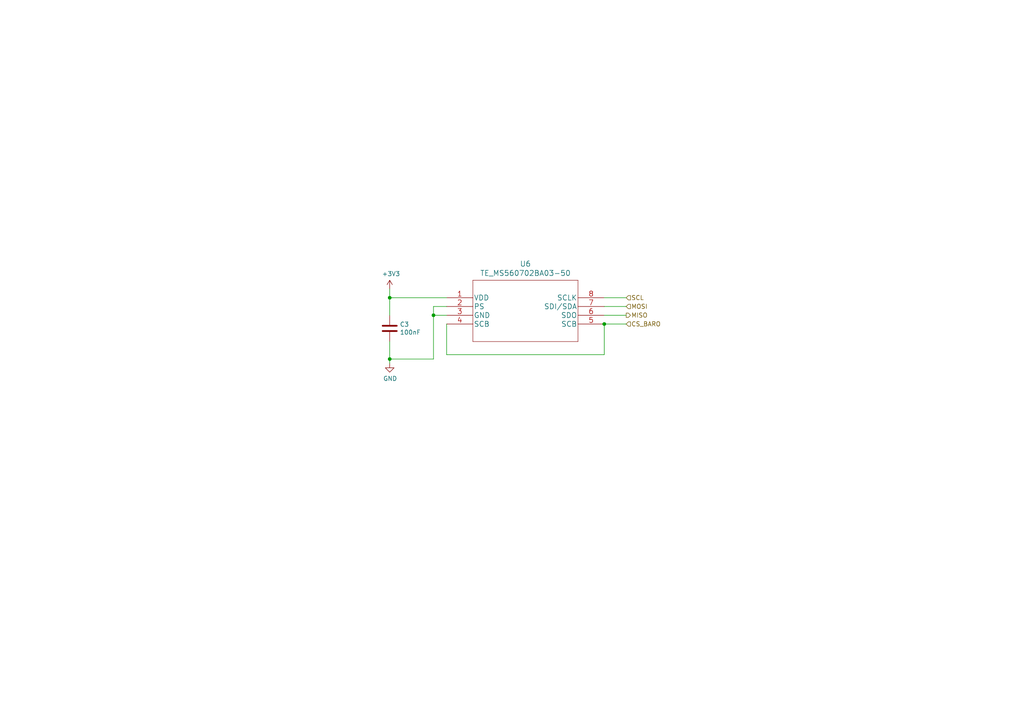
<source format=kicad_sch>
(kicad_sch (version 20211123) (generator eeschema)
  (paper "A4")
  (lib_symbols
    (symbol "Device:C" (pin_numbers hide) (pin_names (offset 0.254))
      (property "Reference" "C" (at 0.635 2.54 0))
      (property "Value" "Device_C" (at 0.635 -2.54 0))
      (symbol "C_0_1"
        (polyline (pts (xy -2.032 -0.762) (xy 2.032 -0.762)) (stroke (width 0.508)))
        (polyline (pts (xy -2.032 0.762) (xy 2.032 0.762)) (stroke (width 0.508)))
      )
      (symbol "C_1_1"
        (pin passive line (at 0 3.81 270) (length 2.794) (name "~") (number "1"))
        (pin passive line (at 0 -3.81 90) (length 2.794) (name "~") (number "2"))
      )
    )
    (symbol "MS560702BA03-50:MS560702BA03-50" (pin_names (offset 0.254))
      (property "Reference" "U" (at 0 15.24 0))
      (property "Value" "MS560702BA03-50" (at 0 12.7 0))
      (symbol "MS560702BA03-50_1_1"
        (polyline (pts (xy -15.24 -7.62) (xy 15.24 -7.62)) (stroke (width 0.127)))
        (polyline (pts (xy -15.24 10.16) (xy -15.24 -7.62)) (stroke (width 0.127)))
        (polyline (pts (xy 15.24 -7.62) (xy 15.24 10.16)) (stroke (width 0.127)))
        (polyline (pts (xy 15.24 10.16) (xy -15.24 10.16)) (stroke (width 0.127)))
        (pin power_in line (at -22.86 5.08 0) (length 7.62) (name "VDD") (number "1"))
        (pin input line (at -22.86 2.54 0) (length 7.62) (name "PS") (number "2"))
        (pin power_in line (at -22.86 0 0) (length 7.62) (name "GND") (number "3"))
        (pin input line (at -22.86 -2.54 0) (length 7.62) (name "SCB") (number "4"))
        (pin input line (at 22.86 -2.54 180) (length 7.62) (name "SCB") (number "5"))
        (pin output line (at 22.86 0 180) (length 7.62) (name "SDO") (number "6"))
        (pin bidirectional line (at 22.86 2.54 180) (length 7.62) (name "SDI/SDA") (number "7"))
        (pin input line (at 22.86 5.08 180) (length 7.62) (name "SCLK") (number "8"))
      )
    )
    (symbol "power:+3V3" (power) (pin_names (offset 0))
      (property "Value" "power_+3V3" (at 0 3.556 0))
      (symbol "+3V3_0_1"
        (polyline (pts (xy -0.762 1.27) (xy 0 2.54)))
        (polyline (pts (xy 0 0) (xy 0 2.54)))
        (polyline (pts (xy 0 2.54) (xy 0.762 1.27)))
      )
      (symbol "+3V3_1_1"
        (pin power_in line (at 0 0 90) (length 0) hide (name "+3V3") (number "1"))
      )
    )
    (symbol "power:GND" (power) (pin_names (offset 0))
      (property "Value" "power_GND" (at 0 -3.81 0))
      (symbol "GND_0_1"
        (polyline (pts (xy 0 0) (xy 0 -1.27) (xy 1.27 -1.27) (xy 0 -2.54) (xy -1.27 -1.27) (xy 0 -1.27)))
      )
      (symbol "GND_1_1"
        (pin power_in line (at 0 0 270) (length 0) hide (name "GND") (number "1"))
      )
    )
  )
  (junction (at 175.26 93.98))
  (junction (at 113.03 104.14))
  (junction (at 125.73 91.44))
  (junction (at 113.03 86.36))
  (wire (pts (xy 129.54 91.44) (xy 125.73 91.44)))
  (wire (pts (xy 175.26 86.36) (xy 181.61 86.36)))
  (wire (pts (xy 129.54 93.98) (xy 129.54 102.87)))
  (wire (pts (xy 129.54 102.87) (xy 175.26 102.87)))
  (wire (pts (xy 113.03 104.14) (xy 113.03 105.41)))
  (wire (pts (xy 125.73 91.44) (xy 125.73 104.14)))
  (wire (pts (xy 129.54 88.9) (xy 125.73 88.9)))
  (wire (pts (xy 175.26 102.87) (xy 175.26 93.98)))
  (wire (pts (xy 175.26 93.98) (xy 181.61 93.98)))
  (wire (pts (xy 125.73 104.14) (xy 113.03 104.14)))
  (wire (pts (xy 113.03 86.36) (xy 113.03 91.44)))
  (wire (pts (xy 125.73 88.9) (xy 125.73 91.44)))
  (wire (pts (xy 175.26 91.44) (xy 181.61 91.44)))
  (wire (pts (xy 129.54 86.36) (xy 113.03 86.36)))
  (wire (pts (xy 175.26 88.9) (xy 181.61 88.9)))
  (wire (pts (xy 113.03 99.06) (xy 113.03 104.14)))
  (wire (pts (xy 113.03 83.82) (xy 113.03 86.36)))
  (hierarchical_label "MOSI" (shape input) (at 181.61 88.9 0))
  (hierarchical_label "SCL" (shape input) (at 181.61 86.36 0))
  (hierarchical_label "CS_BARO" (shape input) (at 181.61 93.98 0))
  (hierarchical_label "MISO" (shape output) (at 181.61 91.44 0))
  (symbol (lib_id "MS560702BA03-50:MS560702BA03-50") (at 152.4 91.44 0) (unit 1)
    (property "Reference" "U6" (at 152.4 76.5302 0) (effects (font (size 1.524 1.524))))
    (property "Value" "TE_MS560702BA03-50" (at 152.4 79.2226 0) (effects (font (size 1.524 1.524))))
    (property "Footprint" "Barometer:MS560702BA03-50" (effects hide))
    (property "Datasheet" "https://www.mouser.com/datasheet/2/418/5/NG_DS_MS5607-02BA03_B-1134558.pdf" (effects hide))
    (property "Order Link" "https://www.digikey.com/en/products/detail/te-connectivity-measurement-specialties/MS560702BA03-50/4700921" (effects hide))
  )
  (symbol (lib_id "power:+3V3") (at 113.03 83.82 0) (unit 1)
    (property "Reference" "#PWR07" (effects hide))
    (property "Value" "+3V3" (at 113.411 79.4258 0))
  )
  (symbol (lib_id "power:GND") (at 113.03 105.41 0) (unit 1)
    (property "Reference" "#PWR08" (effects hide))
    (property "Value" "GND" (at 113.157 109.8042 0))
  )
  (symbol (lib_id "Device:C") (at 113.03 95.25 0) (unit 1)
    (property "Reference" "C3" (at 115.951 94.0816 0) (effects (justify left)))
    (property "Value" "100nF" (at 115.951 96.393 0) (effects (justify left)))
    (property "Footprint" "Capacitor_SMD:C_0402_1005Metric" (effects hide))
  )
)
</source>
